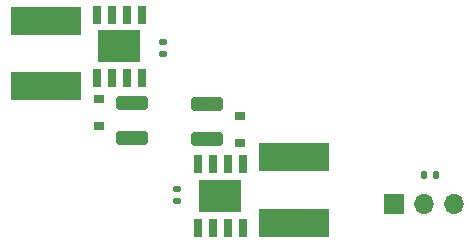
<source format=gbs>
G04 #@! TF.GenerationSoftware,KiCad,Pcbnew,(6.0.0)*
G04 #@! TF.CreationDate,2022-02-11T23:27:56-05:00*
G04 #@! TF.ProjectId,FalconLHS,46616c63-6f6e-44c4-9853-2e6b69636164,1A*
G04 #@! TF.SameCoordinates,Original*
G04 #@! TF.FileFunction,Soldermask,Bot*
G04 #@! TF.FilePolarity,Negative*
%FSLAX46Y46*%
G04 Gerber Fmt 4.6, Leading zero omitted, Abs format (unit mm)*
G04 Created by KiCad (PCBNEW (6.0.0)) date 2022-02-11 23:27:56*
%MOMM*%
%LPD*%
G01*
G04 APERTURE LIST*
G04 Aperture macros list*
%AMRoundRect*
0 Rectangle with rounded corners*
0 $1 Rounding radius*
0 $2 $3 $4 $5 $6 $7 $8 $9 X,Y pos of 4 corners*
0 Add a 4 corners polygon primitive as box body*
4,1,4,$2,$3,$4,$5,$6,$7,$8,$9,$2,$3,0*
0 Add four circle primitives for the rounded corners*
1,1,$1+$1,$2,$3*
1,1,$1+$1,$4,$5*
1,1,$1+$1,$6,$7*
1,1,$1+$1,$8,$9*
0 Add four rect primitives between the rounded corners*
20,1,$1+$1,$2,$3,$4,$5,0*
20,1,$1+$1,$4,$5,$6,$7,0*
20,1,$1+$1,$6,$7,$8,$9,0*
20,1,$1+$1,$8,$9,$2,$3,0*%
G04 Aperture macros list end*
%ADD10R,0.650000X1.500000*%
%ADD11R,3.600000X2.700000*%
%ADD12R,1.700000X1.700000*%
%ADD13O,1.700000X1.700000*%
%ADD14RoundRect,0.135000X0.135000X0.185000X-0.135000X0.185000X-0.135000X-0.185000X0.135000X-0.185000X0*%
%ADD15R,5.900000X2.450000*%
%ADD16RoundRect,0.135000X0.185000X-0.135000X0.185000X0.135000X-0.185000X0.135000X-0.185000X-0.135000X0*%
%ADD17RoundRect,0.250000X1.100000X-0.325000X1.100000X0.325000X-1.100000X0.325000X-1.100000X-0.325000X0*%
%ADD18R,0.900000X0.800000*%
%ADD19RoundRect,0.250000X-1.100000X0.325000X-1.100000X-0.325000X1.100000X-0.325000X1.100000X0.325000X0*%
%ADD20RoundRect,0.135000X-0.185000X0.135000X-0.185000X-0.135000X0.185000X-0.135000X0.185000X0.135000X0*%
G04 APERTURE END LIST*
D10*
X159875000Y-123720000D03*
X158605000Y-123720000D03*
X157335000Y-123720000D03*
X156065000Y-123720000D03*
X156065000Y-118320000D03*
X157335000Y-118320000D03*
X158605000Y-118320000D03*
X159875000Y-118320000D03*
D11*
X157970000Y-121020000D03*
D12*
X172690000Y-121750000D03*
D13*
X175230000Y-121750000D03*
X177770000Y-121750000D03*
D14*
X176250000Y-119239119D03*
X175230000Y-119239119D03*
D15*
X143219500Y-111745000D03*
X143219500Y-106195000D03*
X164170000Y-117745000D03*
X164170000Y-123295000D03*
D16*
X154270000Y-121430000D03*
X154270000Y-120410000D03*
D17*
X150500000Y-116111600D03*
X150500000Y-113161600D03*
D18*
X159670000Y-114270000D03*
X159670000Y-116570000D03*
D19*
X156870000Y-113245000D03*
X156870000Y-116195000D03*
D20*
X153100000Y-108016600D03*
X153100000Y-109036600D03*
D18*
X147719500Y-115086600D03*
X147719500Y-112786600D03*
D10*
X147495000Y-105670000D03*
X148765000Y-105670000D03*
X150035000Y-105670000D03*
X151305000Y-105670000D03*
X151305000Y-111070000D03*
X150035000Y-111070000D03*
X148765000Y-111070000D03*
X147495000Y-111070000D03*
D11*
X149400000Y-108370000D03*
M02*

</source>
